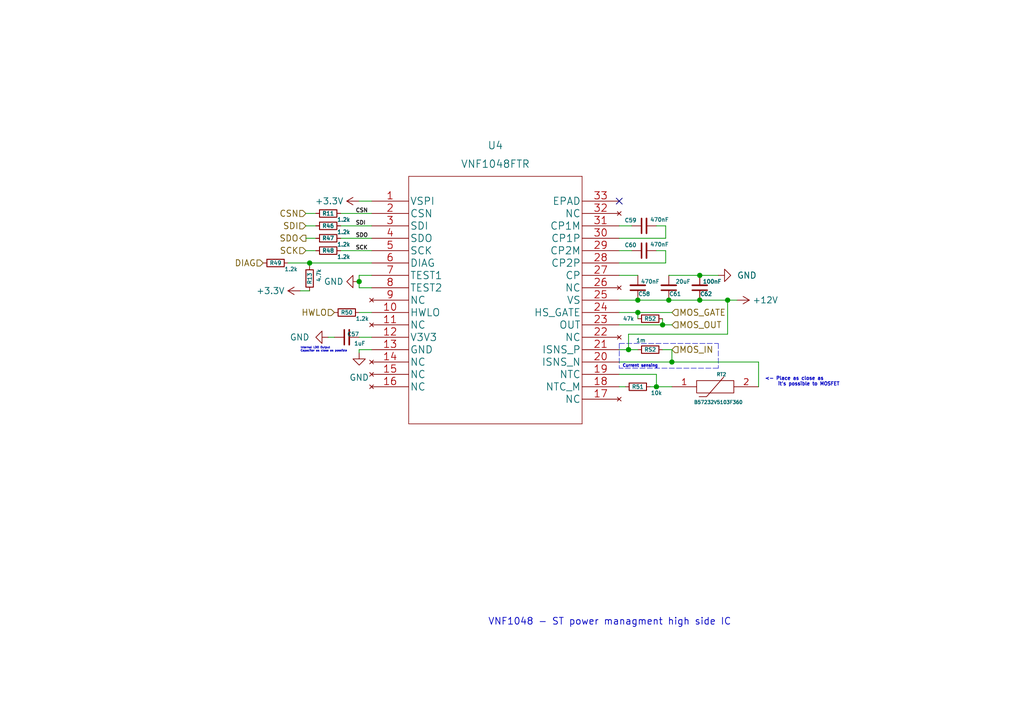
<source format=kicad_sch>
(kicad_sch (version 20211123) (generator eeschema)
  (paper "A5")
  (lib_symbols
    (symbol "Device:C_Small" (pin_numbers hide) (pin_names (offset 0.254) hide)
      (property "Reference" "C" (at 0.254 1.778 0))
      (property "Value" "C_Small" (at 0.254 -2.032 0))
      (symbol "C_Small_0_1"
        (polyline (pts (xy -1.524 -0.508) (xy 1.524 -0.508)) (stroke (width 0.3302)))
        (polyline (pts (xy -1.524 0.508) (xy 1.524 0.508)) (stroke (width 0.3048)))
      )
      (symbol "C_Small_1_1"
        (pin passive line (at 0 2.54 270) (length 2.032) (name "~") (number "1"))
        (pin passive line (at 0 -2.54 90) (length 2.032) (name "~") (number "2"))
      )
    )
    (symbol "Device:R_Small" (pin_numbers hide) (pin_names (offset 0.254) hide)
      (property "Reference" "R" (at 0.762 0.508 0))
      (property "Value" "R_Small" (at 0.762 -1.016 0))
      (symbol "R_Small_0_1"
        (rectangle (start -0.762 1.778) (end 0.762 -1.778) (stroke (width 0.2032)))
      )
      (symbol "R_Small_1_1"
        (pin passive line (at 0 2.54 270) (length 0.762) (name "~") (number "1"))
        (pin passive line (at 0 -2.54 90) (length 0.762) (name "~") (number "2"))
      )
    )
    (symbol "PDM_additional:B57232V5103F360" (pin_names (offset 0.762))
      (property "Reference" "RT" (at 13.97 6.35 0))
      (property "Value" "B57232V5103F360" (at 13.97 3.81 0))
      (symbol "B57232V5103F360_0_0"
        (pin passive line (at 0 0 0) (length 5.08) (name "~") (number "1"))
        (pin passive line (at 17.78 0 180) (length 5.08) (name "~") (number "2"))
      )
      (symbol "B57232V5103F360_0_1"
        (polyline (pts (xy 5.588 -2.032) (xy 7.112 -2.032) (xy 10.668 2.032)) (stroke (width 0.1524)))
        (polyline (pts (xy 5.08 1.27) (xy 12.7 1.27) (xy 12.7 -1.27) (xy 5.08 -1.27) (xy 5.08 1.27)) (stroke (width 0.1524)))
      )
    )
    (symbol "PDM_additional:VNF1048FTR" (pin_names (offset 0.254))
      (property "Reference" "U4" (at 25.4 11.43 0))
      (property "Value" "VNF1048FTR" (at 25.4 7.62 0))
      (symbol "VNF1048FTR_1_1"
        (polyline (pts (xy 7.62 -45.72) (xy 43.18 -45.72)) (stroke (width 0.127)))
        (polyline (pts (xy 7.62 5.08) (xy 7.62 -45.72)) (stroke (width 0.127)))
        (polyline (pts (xy 43.18 -45.72) (xy 43.18 5.08)) (stroke (width 0.127)))
        (polyline (pts (xy 43.18 5.08) (xy 7.62 5.08)) (stroke (width 0.127)))
        (pin power_in line (at 0 0 0) (length 7.62) (name "VSPI") (number "1"))
        (pin input line (at 0 -22.86 0) (length 7.62) (name "HWLO") (number "10"))
        (pin no_connect line (at 0 -25.4 0) (length 7.62) (name "NC") (number "11"))
        (pin unspecified line (at 0 -27.94 0) (length 7.62) (name "V3V3") (number "12"))
        (pin power_in line (at 0 -30.48 0) (length 7.62) (name "GND") (number "13"))
        (pin no_connect line (at 0 -33.02 0) (length 7.62) (name "NC") (number "14"))
        (pin no_connect line (at 0 -35.56 0) (length 7.62) (name "NC") (number "15"))
        (pin no_connect line (at 0 -38.1 0) (length 7.62) (name "NC") (number "16"))
        (pin no_connect line (at 50.8 -40.64 180) (length 7.62) (name "NC") (number "17"))
        (pin input line (at 50.8 -38.1 180) (length 7.62) (name "NTC_M") (number "18"))
        (pin input line (at 50.8 -35.56 180) (length 7.62) (name "NTC") (number "19"))
        (pin unspecified line (at 0 -2.54 0) (length 7.62) (name "CSN") (number "2"))
        (pin input line (at 50.8 -33.02 180) (length 7.62) (name "ISNS_N") (number "20"))
        (pin input line (at 50.8 -30.48 180) (length 7.62) (name "ISNS_P") (number "21"))
        (pin no_connect line (at 50.8 -27.94 180) (length 7.62) (name "NC") (number "22"))
        (pin output line (at 50.8 -25.4 180) (length 7.62) (name "OUT") (number "23"))
        (pin output line (at 50.8 -22.86 180) (length 7.62) (name "HS_GATE") (number "24"))
        (pin power_in line (at 50.8 -20.32 180) (length 7.62) (name "VS") (number "25"))
        (pin no_connect line (at 50.8 -17.78 180) (length 7.62) (name "NC") (number "26"))
        (pin output line (at 50.8 -15.24 180) (length 7.62) (name "CP") (number "27"))
        (pin bidirectional line (at 50.8 -12.7 180) (length 7.62) (name "CP2P") (number "28"))
        (pin bidirectional line (at 50.8 -10.16 180) (length 7.62) (name "CP2M") (number "29"))
        (pin input line (at 0 -5.08 0) (length 7.62) (name "SDI") (number "3"))
        (pin bidirectional line (at 50.8 -7.62 180) (length 7.62) (name "CP1P") (number "30"))
        (pin bidirectional line (at 50.8 -5.08 180) (length 7.62) (name "CP1M") (number "31"))
        (pin no_connect line (at 50.8 -2.54 180) (length 7.62) (name "NC") (number "32"))
        (pin power_in line (at 50.8 0 180) (length 7.62) (name "EPAD") (number "33"))
        (pin output line (at 0 -7.62 0) (length 7.62) (name "SDO") (number "4"))
        (pin unspecified line (at 0 -10.16 0) (length 7.62) (name "SCK") (number "5"))
        (pin output line (at 0 -12.7 0) (length 7.62) (name "DIAG") (number "6"))
        (pin bidirectional line (at 0 -15.24 0) (length 7.62) (name "TEST1") (number "7"))
        (pin bidirectional line (at 0 -17.78 0) (length 7.62) (name "TEST2") (number "8"))
        (pin no_connect line (at 0 -20.32 0) (length 7.62) (name "NC") (number "9"))
      )
    )
    (symbol "power:+12V" (power) (pin_names (offset 0))
      (property "Value" "+12V" (at 0 3.556 0))
      (symbol "+12V_0_1"
        (polyline (pts (xy -0.762 1.27) (xy 0 2.54)))
        (polyline (pts (xy 0 0) (xy 0 2.54)))
        (polyline (pts (xy 0 2.54) (xy 0.762 1.27)))
      )
      (symbol "+12V_1_1"
        (pin power_in line (at 0 0 90) (length 0) hide (name "+12V") (number "1"))
      )
    )
    (symbol "power:+3.3V" (power) (pin_names (offset 0))
      (property "Value" "+3.3V" (at 0 3.556 0))
      (symbol "+3.3V_0_1"
        (polyline (pts (xy -0.762 1.27) (xy 0 2.54)))
        (polyline (pts (xy 0 0) (xy 0 2.54)))
        (polyline (pts (xy 0 2.54) (xy 0.762 1.27)))
      )
      (symbol "+3.3V_1_1"
        (pin power_in line (at 0 0 90) (length 0) hide (name "+3.3V") (number "1"))
      )
    )
    (symbol "power:GND" (power) (pin_names (offset 0))
      (property "Value" "GND" (at 0 -3.81 0))
      (symbol "GND_0_1"
        (polyline (pts (xy 0 0) (xy 0 -1.27) (xy 1.27 -1.27) (xy 0 -2.54) (xy -1.27 -1.27) (xy 0 -1.27)))
      )
      (symbol "GND_1_1"
        (pin power_in line (at 0 0 270) (length 0) hide (name "GND") (number "1"))
      )
    )
  )
  (junction (at 137.795 74.295))
  (junction (at 130.81 64.135))
  (junction (at 130.81 61.595))
  (junction (at 135.89 66.675))
  (junction (at 149.225 61.595))
  (junction (at 143.51 56.515))
  (junction (at 128.905 71.755))
  (junction (at 134.62 79.375))
  (junction (at 137.16 61.595))
  (junction (at 63.5 53.975))
  (junction (at 73.66 57.785))
  (junction (at 143.51 61.595))
  (no_connect (at 127 41.275))
  (wire (pts (xy 63.5 53.975) (xy 63.5 54.61)))
  (wire (pts (xy 73.66 71.755) (xy 73.66 72.39)))
  (wire (pts (xy 67.31 69.215) (xy 68.58 69.215)))
  (wire (pts (xy 137.16 61.595) (xy 143.51 61.595)))
  (wire (pts (xy 135.89 71.755) (xy 137.795 71.755)))
  (polyline (pts (xy 127 70.485) (xy 147.32 70.485)) (stroke (width 0.1)))
  (wire (pts (xy 73.66 64.135) (xy 76.2 64.135)))
  (wire (pts (xy 149.225 61.595) (xy 151.13 61.595)))
  (polyline (pts (xy 127 70.485) (xy 127 75.565)) (stroke (width 0.1)))
  (wire (pts (xy 149.225 68.58) (xy 128.905 68.58)))
  (wire (pts (xy 61.595 59.69) (xy 63.5 59.69)))
  (wire (pts (xy 62.738 48.895) (xy 64.77 48.895)))
  (wire (pts (xy 130.81 65.405) (xy 130.81 64.135)))
  (wire (pts (xy 127 71.755) (xy 128.905 71.755)))
  (wire (pts (xy 135.89 65.405) (xy 135.89 66.675)))
  (wire (pts (xy 143.51 56.515) (xy 147.32 56.515)))
  (polyline (pts (xy 147.32 75.565) (xy 127 75.565)) (stroke (width 0.1)))
  (wire (pts (xy 127 46.355) (xy 129.54 46.355)))
  (wire (pts (xy 137.795 74.295) (xy 155.575 74.295)))
  (wire (pts (xy 130.81 64.135) (xy 137.795 64.135)))
  (wire (pts (xy 73.66 41.275) (xy 76.2 41.275)))
  (wire (pts (xy 136.525 53.975) (xy 127 53.975)))
  (wire (pts (xy 73.66 69.215) (xy 76.2 69.215)))
  (polyline (pts (xy 147.32 70.485) (xy 147.32 75.565)) (stroke (width 0.1)))
  (wire (pts (xy 135.89 66.675) (xy 137.795 66.675)))
  (wire (pts (xy 137.795 71.755) (xy 137.795 74.295)))
  (wire (pts (xy 134.62 46.355) (xy 136.525 46.355)))
  (wire (pts (xy 62.738 43.815) (xy 64.77 43.815)))
  (wire (pts (xy 73.66 57.785) (xy 73.66 59.055)))
  (wire (pts (xy 127 56.515) (xy 130.81 56.515)))
  (wire (pts (xy 127 51.435) (xy 129.54 51.435)))
  (wire (pts (xy 73.66 59.055) (xy 76.2 59.055)))
  (wire (pts (xy 127 74.295) (xy 137.795 74.295)))
  (wire (pts (xy 155.575 74.295) (xy 155.575 79.375)))
  (wire (pts (xy 137.16 56.515) (xy 143.51 56.515)))
  (wire (pts (xy 69.85 51.435) (xy 76.2 51.435)))
  (wire (pts (xy 134.62 79.375) (xy 134.62 76.835)))
  (wire (pts (xy 143.51 61.595) (xy 149.225 61.595)))
  (wire (pts (xy 62.738 51.435) (xy 64.77 51.435)))
  (wire (pts (xy 130.81 64.135) (xy 127 64.135)))
  (wire (pts (xy 130.81 61.595) (xy 137.16 61.595)))
  (wire (pts (xy 136.525 51.435) (xy 136.525 53.975)))
  (wire (pts (xy 69.85 48.895) (xy 76.2 48.895)))
  (wire (pts (xy 134.62 79.375) (xy 137.795 79.375)))
  (wire (pts (xy 69.85 43.815) (xy 76.2 43.815)))
  (wire (pts (xy 135.89 66.675) (xy 127 66.675)))
  (wire (pts (xy 149.225 61.595) (xy 149.225 68.58)))
  (wire (pts (xy 73.66 71.755) (xy 76.2 71.755)))
  (wire (pts (xy 128.905 71.755) (xy 130.81 71.755)))
  (wire (pts (xy 128.905 68.58) (xy 128.905 71.755)))
  (wire (pts (xy 134.62 76.835) (xy 127 76.835)))
  (wire (pts (xy 127 61.595) (xy 130.81 61.595)))
  (wire (pts (xy 133.35 79.375) (xy 134.62 79.375)))
  (wire (pts (xy 62.738 46.355) (xy 64.77 46.355)))
  (wire (pts (xy 63.5 53.975) (xy 76.2 53.975)))
  (wire (pts (xy 136.525 46.355) (xy 136.525 48.895)))
  (wire (pts (xy 127 79.375) (xy 128.27 79.375)))
  (wire (pts (xy 69.85 46.355) (xy 76.2 46.355)))
  (wire (pts (xy 59.055 53.975) (xy 63.5 53.975)))
  (wire (pts (xy 73.66 56.515) (xy 76.2 56.515)))
  (wire (pts (xy 136.525 48.895) (xy 127 48.895)))
  (wire (pts (xy 134.62 51.435) (xy 136.525 51.435)))
  (wire (pts (xy 73.66 57.785) (xy 73.66 56.515)))
  (text "Current sensing" (at 127.635 75.565 0) (effects (font (size 0.6 0.6)) (justify left bottom)))
  (text "Internal LDO Output\nCapacitor as close as possible" (at 61.595 72.39 0) (effects (font (size 0.4 0.4)) (justify left bottom)))
  (text "VNF1048 - ST power managment high side IC" (at 100.076 128.524 0) (effects (font (size 1.4 1.4)) (justify left bottom)))
  (text "<- Place as close as \n	it's possible to MOSFET" (at 156.845 79.375 0) (effects (font (size 0.7 0.7)) (justify left bottom)))
  (label "CSN" (at 72.898 43.815 0) (effects (font (size 0.8 0.8))))
  (label "SDI" (at 72.898 46.355 0) (effects (font (size 0.8 0.8))))
  (label "SDO" (at 72.898 48.895 0) (effects (font (size 0.8 0.8))))
  (label "SCK" (at 72.898 51.435 0) (effects (font (size 0.8 0.8))))
  (hierarchical_label "SDI" (shape input) (at 62.738 46.355 180))
  (hierarchical_label "SCK" (shape input) (at 62.738 51.435 180))
  (hierarchical_label "SDO" (shape output) (at 62.738 48.895 180))
  (hierarchical_label "MOS_OUT" (shape input) (at 137.795 66.675 0))
  (hierarchical_label "MOS_IN" (shape input) (at 137.795 71.755 0))
  (hierarchical_label "CSN" (shape input) (at 62.738 43.815 180))
  (hierarchical_label "MOS_GATE" (shape input) (at 137.795 64.135 0))
  (hierarchical_label "DIAG" (shape input) (at 53.975 53.975 180))
  (hierarchical_label "HWLO" (shape input) (at 68.58 64.135 180))
  (symbol (lib_id "Device:R_Small") (at 56.515 53.975 270) (unit 1)
    (property "Reference" "R49" (at 56.515 53.975 90) (effects (font (size 0.8 0.8))))
    (property "Value" "1.2k" (at 59.69 55.245 90) (effects (font (size 0.8 0.8))))
    (property "Footprint" "Resistor_SMD:R_0402_1005Metric" (effects hide))
  )
  (symbol (lib_id "Device:R_Small") (at 133.35 71.755 90) (unit 1)
    (property "Reference" "RS2" (at 133.35 71.755 90) (effects (font (size 0.8 0.8))))
    (property "Value" "1m" (at 131.445 69.85 90) (effects (font (size 0.8 0.8))))
    (property "Footprint" "Resistor_SMD:R_0402_1005Metric" (effects hide))
  )
  (symbol (lib_id "Device:C_Small") (at 130.81 59.055 180) (unit 1)
    (property "Reference" "C58" (at 133.35 60.325 0) (effects (font (size 0.8 0.8)) (justify left)))
    (property "Value" "470nF" (at 135.255 57.785 0) (effects (font (size 0.8 0.8)) (justify left)))
    (property "Footprint" "Capacitor_SMD:C_0805_2012Metric" (effects hide))
  )
  (symbol (lib_id "Device:C_Small") (at 137.16 59.055 180) (unit 1)
    (property "Reference" "C61" (at 139.7 60.325 0) (effects (font (size 0.8 0.8)) (justify left)))
    (property "Value" "20uF" (at 141.605 57.785 0) (effects (font (size 0.8 0.8)) (justify left)))
    (property "Footprint" "Capacitor_SMD:C_0805_2012Metric" (effects hide))
  )
  (symbol (lib_id "Device:R_Small") (at 67.31 48.895 270) (unit 1)
    (property "Reference" "R47" (at 67.31 48.895 90) (effects (font (size 0.8 0.8))))
    (property "Value" "1.2k" (at 70.485 50.165 90) (effects (font (size 0.8 0.8))))
    (property "Footprint" "Resistor_SMD:R_0402_1005Metric" (effects hide))
  )
  (symbol (lib_id "PDM_additional:VNF1048FTR") (at 76.2 41.275 0) (unit 1)
    (property "Reference" "U4" (at 101.6 29.845 0) (effects (font (size 1.524 1.524))))
    (property "Value" "VNF1048FTR" (at 101.6 33.655 0) (effects (font (size 1.524 1.524))))
    (property "Footprint" "PDM_Additional:QFN32L_5x5_STM" (effects hide))
  )
  (symbol (lib_id "Device:C_Small") (at 132.08 51.435 90) (unit 1)
    (property "Reference" "C60" (at 130.556 50.292 90) (effects (font (size 0.8 0.8)) (justify left)))
    (property "Value" "470nF" (at 137.16 50.165 90) (effects (font (size 0.8 0.8)) (justify left)))
    (property "Footprint" "Capacitor_SMD:C_0805_2012Metric" (effects hide))
  )
  (symbol (lib_id "power:+3.3V") (at 61.595 59.69 90) (unit 1)
    (property "Reference" "#PWR0188" (effects hide))
    (property "Value" "+3.3V" (at 58.42 59.6899 90) (effects (justify left)))
  )
  (symbol (lib_id "power:+12V") (at 151.13 61.595 270) (unit 1)
    (property "Reference" "#PWR0187" (effects hide))
    (property "Value" "+12V" (at 154.305 61.5949 90) (effects (justify left)))
  )
  (symbol (lib_id "power:GND") (at 73.66 57.785 270) (unit 1)
    (property "Reference" "#PWR0194" (effects hide))
    (property "Value" "GND" (at 70.485 57.7849 90) (effects (justify right)))
  )
  (symbol (lib_id "Device:C_Small") (at 143.51 59.055 180) (unit 1)
    (property "Reference" "C62" (at 146.05 60.325 0) (effects (font (size 0.8 0.8)) (justify left)))
    (property "Value" "100nF" (at 147.955 57.785 0) (effects (font (size 0.8 0.8)) (justify left)))
    (property "Footprint" "Capacitor_SMD:C_0805_2012Metric" (effects hide))
  )
  (symbol (lib_id "Device:R_Small") (at 67.31 46.355 270) (unit 1)
    (property "Reference" "R46" (at 67.31 46.355 90) (effects (font (size 0.8 0.8))))
    (property "Value" "1.2k" (at 70.485 47.625 90) (effects (font (size 0.8 0.8))))
    (property "Footprint" "Resistor_SMD:R_0402_1005Metric" (effects hide))
  )
  (symbol (lib_id "Device:R_Small") (at 71.12 64.135 270) (unit 1)
    (property "Reference" "R50" (at 71.12 64.135 90) (effects (font (size 0.8 0.8))))
    (property "Value" "1.2k" (at 74.295 65.405 90) (effects (font (size 0.8 0.8))))
    (property "Footprint" "Resistor_SMD:R_0402_1005Metric" (effects hide))
  )
  (symbol (lib_id "power:GND") (at 73.66 72.39 0) (unit 1)
    (property "Reference" "#PWR0191" (effects hide))
    (property "Value" "GND" (at 73.66 77.47 0))
  )
  (symbol (lib_id "power:GND") (at 147.32 56.515 90) (unit 1)
    (property "Reference" "#PWR0195" (effects hide))
    (property "Value" "GND" (at 151.13 56.5149 90) (effects (justify right)))
  )
  (symbol (lib_id "Device:C_Small") (at 132.08 46.355 90) (unit 1)
    (property "Reference" "C59" (at 130.556 45.212 90) (effects (font (size 0.8 0.8)) (justify left)))
    (property "Value" "470nF" (at 137.16 45.085 90) (effects (font (size 0.8 0.8)) (justify left)))
    (property "Footprint" "Capacitor_SMD:C_0805_2012Metric" (effects hide))
  )
  (symbol (lib_id "Device:R_Small") (at 133.35 65.405 270) (unit 1)
    (property "Reference" "R52" (at 133.35 65.405 90) (effects (font (size 0.8 0.8))))
    (property "Value" "47k" (at 128.905 65.405 90) (effects (font (size 0.8 0.8))))
    (property "Footprint" "Resistor_SMD:R_0402_1005Metric" (effects hide))
  )
  (symbol (lib_id "Device:R_Small") (at 130.81 79.375 270) (unit 1)
    (property "Reference" "R51" (at 130.81 79.375 90) (effects (font (size 0.8 0.8))))
    (property "Value" "10k" (at 134.62 80.645 90) (effects (font (size 0.8 0.8))))
    (property "Footprint" "Resistor_SMD:R_0402_1005Metric" (effects hide))
  )
  (symbol (lib_id "Device:C_Small") (at 71.12 69.215 90) (unit 1)
    (property "Reference" "C57" (at 73.66 68.58 90) (effects (font (size 0.8 0.8)) (justify left)))
    (property "Value" "1uF" (at 74.93 70.485 90) (effects (font (size 0.8 0.8)) (justify left)))
    (property "Footprint" "Capacitor_SMD:C_0805_2012Metric" (effects hide))
  )
  (symbol (lib_id "power:+3.3V") (at 73.66 41.275 90) (unit 1)
    (property "Reference" "#PWR0193" (effects hide))
    (property "Value" "+3.3V" (at 70.485 41.2749 90) (effects (justify left)))
  )
  (symbol (lib_id "Device:R_Small") (at 67.31 51.435 270) (unit 1)
    (property "Reference" "R48" (at 67.31 51.435 90) (effects (font (size 0.8 0.8))))
    (property "Value" "1.2k" (at 70.485 52.705 90) (effects (font (size 0.8 0.8))))
    (property "Footprint" "Resistor_SMD:R_0402_1005Metric" (effects hide))
  )
  (symbol (lib_id "power:GND") (at 67.31 69.215 270) (unit 1)
    (property "Reference" "#PWR?" (effects hide))
    (property "Value" "GND" (at 63.5 69.2149 90) (effects (justify right)))
  )
  (symbol (lib_id "PDM_additional:B57232V5103F360") (at 137.795 79.375 0) (unit 1)
    (property "Reference" "RT2" (at 147.955 76.835 0) (effects (font (size 0.7 0.7))))
    (property "Value" "B57232V5103F360" (at 147.32 82.55 0) (effects (font (size 0.7 0.7))))
    (property "Footprint" "PDM_Additional:THRMC1005X60N" (effects hide))
    (property "Datasheet" "https://product.tdk.com/system/files/dam/doc/product/sensor/ntc/chip-ntc-thermistor/data_sheet/50/db/ntc/ntc_smd_automotive_series_0402.pdf" (effects hide))
    (property "Description" "Chip NTC Thermistors (Sensor), Resistance (at 25?C)=10k?, Resistance Tolerance (at 25?C)=?3%" (effects hide))
    (property "Height" "0.6" (effects hide))
    (property "Manufacturer_Name" "TDK" (effects hide))
    (property "Manufacturer_Part_Number" "B57232V5103F360" (effects hide))
    (property "Mouser Part Number" "871-B57232V5103F360" (effects hide))
    (property "Mouser Price/Stock" "https://www.mouser.com/Search/Refine.aspx?Keyword=871-B57232V5103F360" (effects hide))
  )
  (symbol (lib_id "Device:R_Small") (at 67.31 43.815 270) (unit 1)
    (property "Reference" "R11" (at 67.31 43.815 90) (effects (font (size 0.8 0.8))))
    (property "Value" "1.2k" (at 70.485 45.085 90) (effects (font (size 0.8 0.8))))
    (property "Footprint" "Resistor_SMD:R_0402_1005Metric" (effects hide))
  )
  (symbol (lib_id "Device:R_Small") (at 63.5 57.15 0) (unit 1)
    (property "Reference" "R13" (at 63.5 57.15 90) (effects (font (size 0.8 0.8))))
    (property "Value" "4.7k" (at 65.405 56.515 90) (effects (font (size 0.8 0.8))))
    (property "Footprint" "Resistor_SMD:R_0402_1005Metric" (effects hide))
  )
)
</source>
